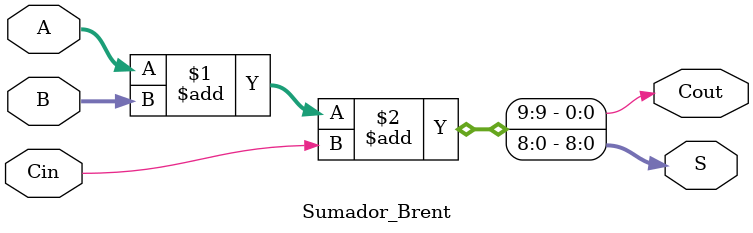
<source format=sv>
`timescale 1ns / 1ps


module Sumador_Brent #(parameter N = 9)(
    input logic [N-1:0] A,
    input logic [N-1:0] B,
    input logic Cin,
    output logic [N-1:0] S,
    output logic Cout
);
    assign {Cout, S} = A + B + Cin;
endmodule


</source>
